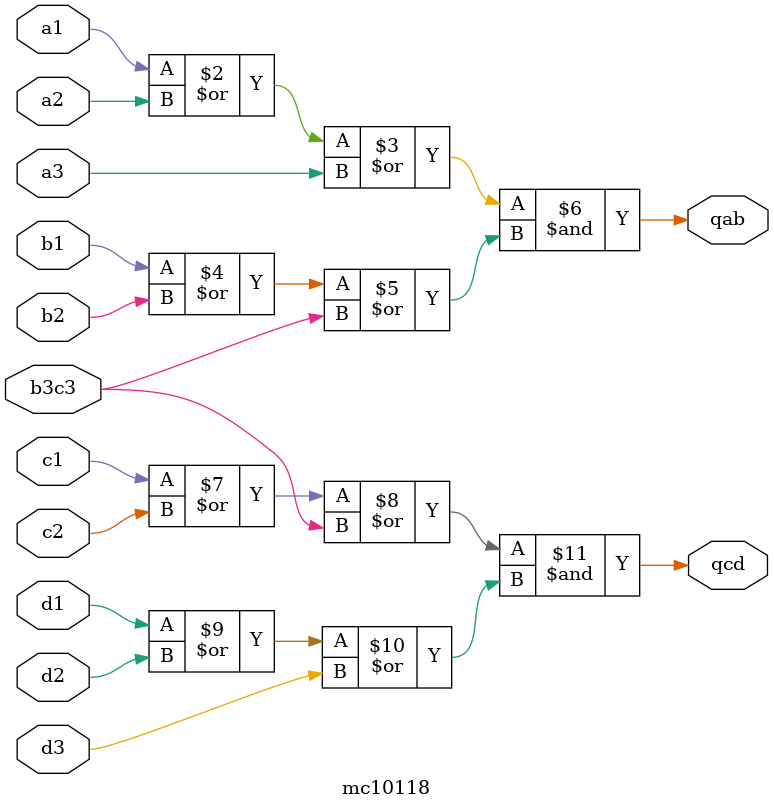
<source format=sv>
module mc10118(input bit a1, a2, a3, b1, b2, b3c3, c1, c2, d1, d2, d3,
	       output bit qab, qcd);
   
   always_comb begin
      qab = (a1 | a2 | a3) & (b1 | b2 | b3c3);
      qcd = (c1 | c2 | b3c3) & (d1 | d2 | d3);
   end

endmodule // mc10118

</source>
